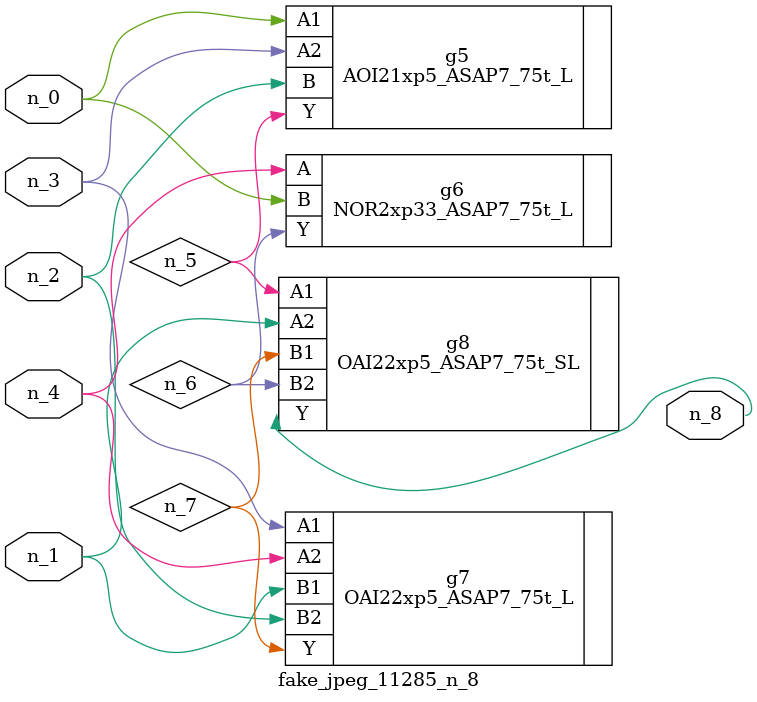
<source format=v>
module fake_jpeg_11285_n_8 (n_3, n_2, n_1, n_0, n_4, n_8);

input n_3;
input n_2;
input n_1;
input n_0;
input n_4;

output n_8;

wire n_6;
wire n_5;
wire n_7;

AOI21xp5_ASAP7_75t_L g5 ( 
.A1(n_0),
.A2(n_3),
.B(n_2),
.Y(n_5)
);

NOR2xp33_ASAP7_75t_L g6 ( 
.A(n_4),
.B(n_0),
.Y(n_6)
);

OAI22xp5_ASAP7_75t_L g7 ( 
.A1(n_3),
.A2(n_4),
.B1(n_1),
.B2(n_2),
.Y(n_7)
);

OAI22xp5_ASAP7_75t_SL g8 ( 
.A1(n_5),
.A2(n_1),
.B1(n_7),
.B2(n_6),
.Y(n_8)
);


endmodule
</source>
